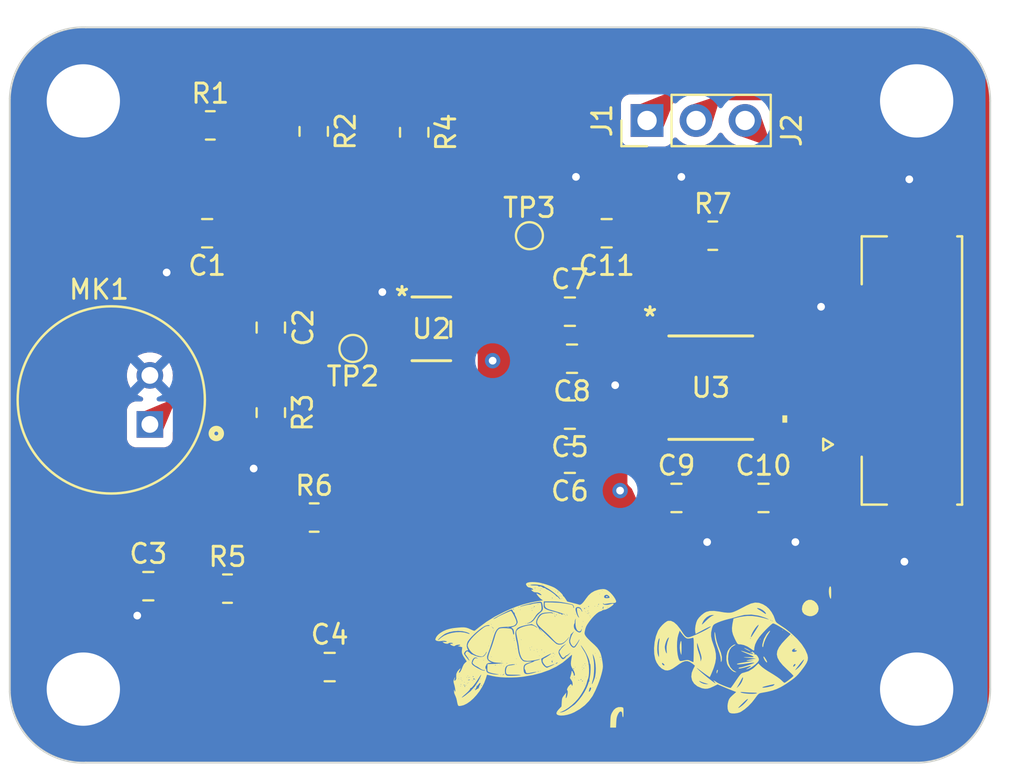
<source format=kicad_pcb>
(kicad_pcb (version 20221018) (generator pcbnew)
  (layers (0 "F.Cu" signal) (31 "B.Cu" signal) (34 "B.Paste" user) (35 "F.Paste" user) (36 "B.SilkS" user "B.Silkscreen") (37 "F.SilkS" user "F.Silkscreen") (38 "B.Mask" user) (39 "F.Mask" user) (44 "Edge.Cuts" user))
  (net 0 "")
  (net 1 "Net-(C1-Pad1)")
  (net 2 "GND")
  (net 3 "Net-(U2-+IN)")
  (net 4 "Net-(C3-Pad2)")
  (net 5 "Net-(U2--IN)")
  (net 6 "Net-(U2-OUT)")
  (net 7 "+3V3")
  (net 8 "Net-(U3-LIN)")
  (net 9 "Net-(U3-GSEL)")
  (net 10 "Net-(U3-REGO)")
  (net 11 "Net-(U3-VCOM)")
  (net 12 "Net-(U3-CKS)")
  (net 13 "Net-(J1-Pin_1)")
  (net 14 "Net-(J1-Pin_2)")
  (net 15 "Net-(J1-Pin_3)")
  (net 16 "Net-(C2-Pad1)")
  (net 17 "Net-(U3-BICK)")
  (net 18 "Net-(U3-MCLK)")
  (net 19 "Net-(U3-LRCK)")
  (net 20 "Net-(U3-SDTO)")
  (footprint "Resistor_SMD:R_0805_2012Metric" (layer "F.Cu") (at 87.2255 61.595)
    (fp_text reference "R7" (at 0 -1.65) (layer "F.SilkS"))
    (fp_text value "1k")
    (pad "1" smd roundrect (at -0.9125 0) (size 1.025 1.4) (layers "F.Cu" "F.Paste" "F.Mask") (roundrect_rratio 0.243902) (net 2 "GND"))
    (pad "2" smd roundrect (at 0.9125 0) (size 1.025 1.4) (layers "F.Cu" "F.Paste" "F.Mask") (roundrect_rratio 0.243902) (net 12 "Net-(U3-CKS)"))
  )
  (footprint "LOGO" (layer "F.Cu") (at 88.363339 83.495007)
    (fp_text reference "G***" hide)
    (fp_text value "LOGO" hide)
  )
  (footprint "Capacitor_SMD:C_0805_2012Metric" (layer "F.Cu") (at 89.855 75.184)
    (fp_text reference "C10" (at 0 -1.68) (layer "F.SilkS"))
    (fp_text value "1u")
    (pad "1" smd roundrect (at -0.95 0) (size 1 1.45) (layers "F.Cu" "F.Paste" "F.Mask") (net 10 "Net-(U3-REGO)"))
    (pad "2" smd roundrect (at 0.95 0) (size 1 1.45) (layers "F.Cu" "F.Paste" "F.Mask") (net 2 "GND"))
  )
  (footprint "Capacitor_SMD:C_0805_2012Metric" (layer "F.Cu") (at 67.376 83.947)
    (fp_text reference "C4" (at 0 -1.68) (layer "F.SilkS"))
    (fp_text value "80n")
    (pad "1" smd roundrect (at -0.95 0) (size 1 1.45) (layers "F.Cu" "F.Paste" "F.Mask") (net 5 "Net-(U2--IN)"))
    (pad "2" smd roundrect (at 0.95 0) (size 1 1.45) (layers "F.Cu" "F.Paste" "F.Mask") (net 6 "Net-(U2-OUT)"))
  )
  (footprint "Capacitor_SMD:C_0805_2012Metric" (layer "F.Cu") (at 61.025293 61.467293 180)
    (fp_text reference "C1" (at 0 -1.68) (layer "F.SilkS"))
    (fp_text value "10u")
    (pad "1" smd roundrect (at -0.95 0 180) (size 1 1.45) (layers "F.Cu" "F.Paste" "F.Mask") (net 1 "Net-(C1-Pad1)"))
    (pad "2" smd roundrect (at 0.95 0 180) (size 1 1.45) (layers "F.Cu" "F.Paste" "F.Mask") (net 2 "GND"))
  )
  (footprint "Capacitor_SMD:C_0805_2012Metric" (layer "F.Cu") (at 64.3255 66.355 -90)
    (fp_text reference "C2" (at 0 -1.68 90) (layer "F.SilkS"))
    (fp_text value "10u")
    (pad "1" smd roundrect (at -0.95 0 270) (size 1 1.45) (layers "F.Cu" "F.Paste" "F.Mask") (net 16 "Net-(C2-Pad1)"))
    (pad "2" smd roundrect (at 0.95 0 270) (size 1 1.45) (layers "F.Cu" "F.Paste" "F.Mask") (net 3 "Net-(U2-+IN)"))
  )
  (footprint "Resistor_SMD:R_0805_2012Metric" (layer "F.Cu") (at 61.189793 55.879293)
    (fp_text reference "R1" (at 0 -1.65) (layer "F.SilkS"))
    (fp_text value "1.58k")
    (pad "1" smd roundrect (at -0.9125 0) (size 1.025 1.4) (layers "F.Cu" "F.Paste" "F.Mask") (roundrect_rratio 0.243902) (net 1 "Net-(C1-Pad1)"))
    (pad "2" smd roundrect (at 0.9125 0) (size 1.025 1.4) (layers "F.Cu" "F.Paste" "F.Mask") (roundrect_rratio 0.243902) (net 7 "+3V3"))
  )
  (footprint "cstar_mic_footprints:MIC_CMA-4544PF-W" (layer "F.Cu") (at 56.0578 70.104)
    (fp_text reference "MK1" (at -0.635215 -5.717015) (layer "F.SilkS") (effects (font (size 1.000354 1.000354))))
    (fp_text value "CMA-4544PF-W")
    (pad "1" thru_hole rect (at 2 1.27) (size 1.378 1.378) (drill 0.87) (layers "*.Cu" "*.Mask") (net 16 "Net-(C2-Pad1)"))
    (pad "2" thru_hole circle (at 2 -1.27) (size 1.378 1.378) (drill 0.87) (layers "*.Cu" "*.Mask") (net 2 "GND"))
  )
  (footprint "Capacitor_SMD:C_0805_2012Metric" (layer "F.Cu") (at 79.822 70.866 180)
    (fp_text reference "C5" (at 0 -1.68) (layer "F.SilkS"))
    (fp_text value "10u")
    (pad "1" smd roundrect (at -0.95 0 180) (size 1 1.45) (layers "F.Cu" "F.Paste" "F.Mask") (net 2 "GND"))
    (pad "2" smd roundrect (at 0.95 0 180) (size 1 1.45) (layers "F.Cu" "F.Paste" "F.Mask") (net 7 "+3V3"))
  )
  (footprint "TestPoint:TestPoint_Pad_D1.0mm" (layer "F.Cu") (at 77.724 61.595)
    (fp_text reference "TP3" (at 0 -1.448) (layer "F.SilkS"))
    (fp_text value "TestPoint")
    (pad "1" smd circle (at 0 0) (size 1 1) (layers "F.Cu" "F.Mask") (net 6 "Net-(U2-OUT)"))
  )
  (footprint "Resistor_SMD:R_0805_2012Metric" (layer "F.Cu") (at 62.0795 79.883)
    (fp_text reference "R5" (at 0 -1.65) (layer "F.SilkS"))
    (fp_text value "1k")
    (pad "1" smd roundrect (at -0.9125 0) (size 1.025 1.4) (layers "F.Cu" "F.Paste" "F.Mask") (roundrect_rratio 0.243902) (net 5 "Net-(U2--IN)"))
    (pad "2" smd roundrect (at 0.9125 0) (size 1.025 1.4) (layers "F.Cu" "F.Paste" "F.Mask") (roundrect_rratio 0.243902) (net 4 "Net-(C3-Pad2)"))
  )
  (footprint "cstar_mic_footprints:SOIC_AK5720_AKM-L" (layer "F.Cu") (at 87.122 69.469)
    (fp_text reference "U3" (at 0 0 unlocked) (layer "F.SilkS"))
    (fp_text value "~")
    (fp_text user "*" (at -3.1496 -3.646601) (layer "F.SilkS"))
    (fp_text user "*" (at -3.1496 -3.646601 unlocked) (layer "F.SilkS"))
    (pad "1" smd rect (at -2.8956 -2.274999) (size 1.1176 0.2286) (layers "F.Cu" "F.Paste" "F.Mask") (net 11 "Net-(U3-VCOM)"))
    (pad "2" smd rect (at -2.8956 -1.625001) (size 1.1176 0.2286) (layers "F.Cu" "F.Paste" "F.Mask") (net 8 "Net-(U3-LIN)"))
    (pad "3" smd rect (at -2.8956 -0.974999) (size 1.1176 0.2286) (layers "F.Cu" "F.Paste" "F.Mask") (net 8 "Net-(U3-LIN)"))
    (pad "4" smd rect (at -2.8956 -0.325001) (size 1.1176 0.2286) (layers "F.Cu" "F.Paste" "F.Mask") (net 2 "GND"))
    (pad "5" smd rect (at -2.8956 0.324998) (size 1.1176 0.2286) (layers "F.Cu" "F.Paste" "F.Mask") (net 7 "+3V3"))
    (pad "6" smd rect (at -2.8956 0.974999) (size 1.1176 0.2286) (layers "F.Cu" "F.Paste" "F.Mask") (net 7 "+3V3"))
    (pad "7" smd rect (at -2.8956 1.624998) (size 1.1176 0.2286) (layers "F.Cu" "F.Paste" "F.Mask") (net 9 "Net-(U3-GSEL)"))
    (pad "8" smd rect (at -2.8956 2.274999) (size 1.1176 0.2286) (layers "F.Cu" "F.Paste" "F.Mask") (net 10 "Net-(U3-REGO)"))
    (pad "9" smd rect (at 2.8956 2.274999) (size 1.1176 0.2286) (layers "F.Cu" "F.Paste" "F.Mask") (net 20 "Net-(U3-SDTO)"))
    (pad "10" smd rect (at 2.8956 1.625001) (size 1.1176 0.2286) (layers "F.Cu" "F.Paste" "F.Mask") (net 19 "Net-(U3-LRCK)"))
    (pad "11" smd rect (at 2.8956 0.974999) (size 1.1176 0.2286) (layers "F.Cu" "F.Paste" "F.Mask") (net 18 "Net-(U3-MCLK)"))
    (pad "12" smd rect (at 2.8956 0.325001) (size 1.1176 0.2286) (layers "F.Cu" "F.Paste" "F.Mask") (net 17 "Net-(U3-BICK)"))
    (pad "13" smd rect (at 2.8956 -0.324998) (size 1.1176 0.2286) (layers "F.Cu" "F.Paste" "F.Mask") (net 13 "Net-(J1-Pin_1)"))
    (pad "14" smd rect (at 2.8956 -0.974999) (size 1.1176 0.2286) (layers "F.Cu" "F.Paste" "F.Mask") (net 14 "Net-(J1-Pin_2)"))
    (pad "15" smd rect (at 2.8956 -1.624998) (size 1.1176 0.2286) (layers "F.Cu" "F.Paste" "F.Mask") (net 15 "Net-(J1-Pin_3)"))
    (pad "16" smd rect (at 2.8956 -2.274999) (size 1.1176 0.2286) (layers "F.Cu" "F.Paste" "F.Mask") (net 12 "Net-(U3-CKS)"))
  )
  (footprint "Capacitor_SMD:C_0805_2012Metric" (layer "F.Cu") (at 79.822 73.152 180)
    (fp_text reference "C6" (at 0 -1.68) (layer "F.SilkS"))
    (fp_text value "10u" hide)
    (pad "1" smd roundrect (at -0.95 0 180) (size 1 1.45) (layers "F.Cu" "F.Paste" "F.Mask") (net 7 "+3V3"))
    (pad "2" smd roundrect (at 0.95 0 180) (size 1 1.45) (layers "F.Cu" "F.Paste" "F.Mask") (net 2 "GND"))
  )
  (footprint "cstar_mic_footprints:SOT23-DBV5_TEX-L" (layer "F.Cu") (at 72.644 66.421)
    (fp_text reference "U2" (at 0 0 unlocked) (layer "F.SilkS"))
    (fp_text value "OPA1671IDBVR")
    (fp_text user "*" (at -1.524 -1.651) (layer "F.SilkS"))
    (fp_text user "*" (at -1.524 -1.651 unlocked) (layer "F.SilkS"))
    (pad "1" smd rect (at -1.26365 -0.950001) (size 0.7747 0.4572) (layers "F.Cu" "F.Paste" "F.Mask") (net 6 "Net-(U2-OUT)"))
    (pad "2" smd rect (at -1.26365 0) (size 0.7747 0.4572) (layers "F.Cu" "F.Paste" "F.Mask") (net 2 "GND"))
    (pad "3" smd rect (at -1.26365 0.950001) (size 0.7747 0.4572) (layers "F.Cu" "F.Paste" "F.Mask") (net 3 "Net-(U2-+IN)"))
    (pad "4" smd rect (at 1.26365 0.950001) (size 0.7747 0.4572) (layers "F.Cu" "F.Paste" "F.Mask") (net 5 "Net-(U2--IN)"))
    (pad "5" smd rect (at 1.26365 -0.950001) (size 0.7747 0.4572) (layers "F.Cu" "F.Paste" "F.Mask") (net 7 "+3V3"))
  )
  (footprint "Capacitor_SMD:C_0805_2012Metric" (layer "F.Cu") (at 81.727 61.468 180)
    (fp_text reference "C11" (at 0 -1.68) (layer "F.SilkS"))
    (fp_text value "0.47u")
    (pad "1" smd roundrect (at -0.95 0 180) (size 1 1.45) (layers "F.Cu" "F.Paste" "F.Mask") (net 11 "Net-(U3-VCOM)"))
    (pad "2" smd roundrect (at 0.95 0 180) (size 1 1.45) (layers "F.Cu" "F.Paste" "F.Mask") (net 2 "GND"))
  )
  (footprint "Resistor_SMD:R_0805_2012Metric" (layer "F.Cu") (at 64.3255 70.7625 -90)
    (fp_text reference "R3" (at 0 -1.65 90) (layer "F.SilkS"))
    (fp_text value "100k")
    (pad "1" smd roundrect (at -0.9125 0 270) (size 1.025 1.4) (layers "F.Cu" "F.Paste" "F.Mask") (roundrect_rratio 0.243902) (net 3 "Net-(U2-+IN)"))
    (pad "2" smd roundrect (at 0.9125 0 270) (size 1.025 1.4) (layers "F.Cu" "F.Paste" "F.Mask") (roundrect_rratio 0.243902) (net 2 "GND"))
  )
  (footprint "Resistor_SMD:R_0805_2012Metric" (layer "F.Cu") (at 66.548 56.1905 -90)
    (fp_text reference "R2" (at 0 -1.65 90) (layer "F.SilkS"))
    (fp_text value "10k")
    (pad "1" smd roundrect (at -0.9125 0 270) (size 1.025 1.4) (layers "F.Cu" "F.Paste" "F.Mask") (roundrect_rratio 0.243902) (net 1 "Net-(C1-Pad1)"))
    (pad "2" smd roundrect (at 0.9125 0 270) (size 1.025 1.4) (layers "F.Cu" "F.Paste" "F.Mask") (roundrect_rratio 0.243902) (net 16 "Net-(C2-Pad1)"))
  )
  (footprint "TestPoint:TestPoint_Pad_D1.0mm" (layer "F.Cu") (at 68.58 67.437 180)
    (fp_text reference "TP2" (at 0 -1.448) (layer "F.SilkS"))
    (fp_text value "TestPoint")
    (pad "1" smd circle (at 0 0 180) (size 1 1) (layers "F.Cu" "F.Mask") (net 3 "Net-(U2-+IN)"))
  )
  (footprint "Capacitor_SMD:C_0805_2012Metric" (layer "F.Cu") (at 79.933 67.968999 180)
    (fp_text reference "C8" (at 0 -1.68) (layer "F.SilkS"))
    (fp_text value "1u")
    (pad "1" smd roundrect (at -0.95 0 180) (size 1 1.45) (layers "F.Cu" "F.Paste" "F.Mask") (net 2 "GND"))
    (pad "2" smd roundrect (at 0.95 0 180) (size 1 1.45) (layers "F.Cu" "F.Paste" "F.Mask") (net 7 "+3V3"))
  )
  (footprint "LOGO" (layer "F.Cu") (at 77.597 82.892873)
    (fp_text reference "G***" hide)
    (fp_text value "LOGO" hide)
  )
  (footprint "Resistor_SMD:R_0805_2012Metric" (layer "F.Cu") (at 66.5715 76.2)
    (fp_text reference "R6" (at 0 -1.65) (layer "F.SilkS"))
    (fp_text value "9k")
    (pad "1" smd roundrect (at -0.9125 0) (size 1.025 1.4) (layers "F.Cu" "F.Paste" "F.Mask") (roundrect_rratio 0.243902) (net 6 "Net-(U2-OUT)"))
    (pad "2" smd roundrect (at 0.9125 0) (size 1.025 1.4) (layers "F.Cu" "F.Paste" "F.Mask") (roundrect_rratio 0.243902) (net 5 "Net-(U2--IN)"))
  )
  (footprint "cstar_mic_footprints:MOLEX_532610771" (layer "F.Cu") (at 97.544 68.58 90)
    (fp_text reference "J2" (at 12.446 -6.231 90) (layer "F.SilkS"))
    (fp_text value "532610771")
    (pad "1" smd rect (at -3.75 -2.4 90) (size 0.8 1.6) (layers "F.Cu" "F.Paste") (net 20 "Net-(U3-SDTO)"))
    (pad "2" smd rect (at -2.5 -2.4 90) (size 0.8 1.6) (layers "F.Cu" "F.Paste") (net 19 "Net-(U3-LRCK)"))
    (pad "3" smd rect (at -1.25 -2.4 90) (size 0.8 1.6) (layers "F.Cu" "F.Paste") (net 18 "Net-(U3-MCLK)"))
    (pad "4" smd rect (at 0 -2.4 90) (size 0.8 1.6) (layers "F.Cu" "F.Paste") (net 17 "Net-(U3-BICK)"))
    (pad "5" smd rect (at 1.25 -2.4 90) (size 0.8 1.6) (layers "F.Cu" "F.Paste") (net 7 "+3V3"))
    (pad "6" smd rect (at 2.5 -2.4 90) (size 0.8 1.6) (layers "F.Cu" "F.Paste") (net 2 "GND"))
    (pad "7" smd rect (at 3.75 -2.4 90) (size 0.8 1.6) (layers "F.Cu" "F.Paste"))
    (pad "S1" smd rect (at -6.3 0.5 90) (size 2.1 3) (layers "F.Cu" "F.Paste") (net 2 "GND"))
    (pad "S2" smd rect (at 6.3 0.5 90) (size 2.1 3) (layers "F.Cu" "F.Paste") (net 2 "GND"))
  )
  (footprint "Capacitor_SMD:C_0805_2012Metric" (layer "F.Cu") (at 57.978 79.756)
    (fp_text reference "C3" (at 0 -1.68) (layer "F.SilkS"))
    (fp_text value "500n")
    (pad "1" smd roundrect (at -0.95 0) (size 1 1.45) (layers "F.Cu" "F.Paste" "F.Mask") (net 2 "GND"))
    (pad "2" smd roundrect (at 0.95 0) (size 1 1.45) (layers "F.Cu" "F.Paste" "F.Mask") (net 4 "Net-(C3-Pad2)"))
  )
  (footprint "Capacitor_SMD:C_0805_2012Metric" (layer "F.Cu") (at 79.822 65.532)
    (fp_text reference "C7" (at 0 -1.68) (layer "F.SilkS"))
    (fp_text value "10u")
    (pad "1" smd roundrect (at -0.95 0) (size 1 1.45) (layers "F.Cu" "F.Paste" "F.Mask") (net 6 "Net-(U2-OUT)"))
    (pad "2" smd roundrect (at 0.95 0) (size 1 1.45) (layers "F.Cu" "F.Paste" "F.Mask") (net 8 "Net-(U3-LIN)"))
  )
  (footprint "Connector_PinHeader_2.54mm:PinHeader_1x03_P2.54mm_Vertical" (layer "F.Cu") (at 83.82 55.626 90)
    (fp_text reference "J1" (at 0 -2.33 90) (layer "F.SilkS"))
    (fp_text value "Conn_01x03_Pin")
    (pad "1" thru_hole rect (at 0 0 90) (size 1.7 1.7) (drill 1) (layers "*.Cu" "*.Mask") (net 13 "Net-(J1-Pin_1)"))
    (pad "2" thru_hole oval (at 0 2.54 90) (size 1.7 1.7) (drill 1) (layers "*.Cu" "*.Mask") (net 14 "Net-(J1-Pin_2)"))
    (pad "3" thru_hole oval (at 0 5.08 90) (size 1.7 1.7) (drill 1) (layers "*.Cu" "*.Mask") (net 15 "Net-(J1-Pin_3)"))
  )
  (footprint "Resistor_SMD:R_0805_2012Metric" (layer "F.Cu") (at 71.755 56.2375 -90)
    (fp_text reference "R4" (at 0 -1.65 90) (layer "F.SilkS"))
    (fp_text value "100k")
    (pad "1" smd roundrect (at -0.9125 0 270) (size 1.025 1.4) (layers "F.Cu" "F.Paste" "F.Mask") (roundrect_rratio 0.243902) (net 1 "Net-(C1-Pad1)"))
    (pad "2" smd roundrect (at 0.9125 0 270) (size 1.025 1.4) (layers "F.Cu" "F.Paste" "F.Mask") (roundrect_rratio 0.243902) (net 3 "Net-(U2-+IN)"))
  )
  (footprint "Capacitor_SMD:C_0805_2012Metric" (layer "F.Cu") (at 85.344 75.184)
    (fp_text reference "C9" (at 0 -1.68) (layer "F.SilkS"))
    (fp_text value "1u")
    (pad "1" smd roundrect (at -0.95 0) (size 1 1.45) (layers "F.Cu" "F.Paste" "F.Mask") (net 9 "Net-(U3-GSEL)"))
    (pad "2" smd roundrect (at 0.95 0) (size 1 1.45) (layers "F.Cu" "F.Paste" "F.Mask") (net 2 "GND"))
  )
  (gr_arc (start 54.737 88.9) (mid 52.005726 87.873879) (end 50.8 85.217) (stroke (width 0.1)) (layer "Edge.Cuts"))
  (gr_arc (start 50.8 54.483) (mid 52.005726 51.826121) (end 54.737 50.8) (stroke (width 0.1)) (layer "Edge.Cuts"))
  (gr_line (start 101.6 85.09) (end 101.6 54.61) (stroke (width 0.1)) (layer "Edge.Cuts"))
  (gr_arc (start 97.79 50.8) (mid 100.484076 51.915923) (end 101.6 54.61) (stroke (width 0.1)) (layer "Edge.Cuts"))
  (gr_line (start 97.79 50.8) (end 54.737 50.8) (stroke (width 0.1)) (layer "Edge.Cuts"))
  (gr_line (start 54.737 88.9) (end 97.79 88.9) (stroke (width 0.1)) (layer "Edge.Cuts"))
  (gr_line (start 50.8 54.483) (end 50.8 85.217) (stroke (width 0.1)) (layer "Edge.Cuts"))
  (gr_arc (start 101.6 85.09) (mid 100.484077 87.784077) (end 97.79 88.9) (stroke (width 0.1)) (layer "Edge.Cuts"))
  (segment (start 61.975293 61.467293) (end 61.975293 59.850707) (width 0.25) (layer "F.Cu") (net 1))
  (segment (start 71.708 55.278) (end 71.755 55.325) (width 0.25) (layer "F.Cu") (net 1))
  (segment (start 60.277293 59.769293) (end 60.277293 55.879293) (width 0.25) (layer "F.Cu") (net 1))
  (segment (start 61.975293 59.850707) (end 66.548 55.278) (width 0.25) (layer "F.Cu") (net 1))
  (segment (start 66.548 55.278) (end 71.708 55.278) (width 0.25) (layer "F.Cu") (net 1))
  (segment (start 61.975293 61.467293) (end 60.277293 59.769293) (width 0.25) (layer "F.Cu") (net 1))
  (segment (start 61.975293 61.467293) (end 62.262293 61.467293) (width 0.25) (layer "F.Cu") (net 1))
  (segment (start 80.772 70.866) (end 80.772 70.739) (width 0.25) (layer "F.Cu") (net 2))
  (segment (start 86.313 61.595) (end 86.313 59.262) (width 0.25) (layer "F.Cu") (net 2))
  (segment (start 70.104 65.3034) (end 70.104 64.516) (width 0.25) (layer "F.Cu") (net 2))
  (segment (start 90.805 75.184) (end 90.805 76.769) (width 0.25) (layer "F.Cu") (net 2))
  (segment (start 80.777 61.468) (end 80.777 59.187) (width 0.25) (layer "F.Cu") (net 2))
  (segment (start 63.4365 73.66) (end 63.4365 72.564) (width 0.25) (layer "F.Cu") (net 2))
  (segment (start 82.367001 69.143999) (end 82.169 69.342) (width 0.25) (layer "F.Cu") (net 2))
  (segment (start 98.044 77.597) (end 98.044 74.88) (width 0.25) (layer "F.Cu") (net 2))
  (segment (start 57.028 79.756) (end 57.028 80.904) (width 0.25) (layer "F.Cu") (net 2))
  (segment (start 90.805 76.769) (end 91.506 77.47) (width 0.25) (layer "F.Cu") (net 2))
  (segment (start 71.2216 66.421) (end 70.104 65.3034) (width 0.25) (layer "F.Cu") (net 2))
  (segment (start 60.075293 61.467293) (end 60.075293 62.352707) (width 0.25) (layer "F.Cu") (net 2))
  (segment (start 95.144 66.08) (end 93.639 66.08) (width 0.25) (layer "F.Cu") (net 2))
  (segment (start 86.313 59.262) (end 85.598 58.547) (width 0.25) (layer "F.Cu") (net 2))
  (segment (start 80.883 68.056) (end 82.169 69.342) (width 0.25) (layer "F.Cu") (net 2))
  (segment (start 93.639 66.08) (end 92.837 65.278) (width 0.25) (layer "F.Cu") (net 2))
  (segment (start 80.772 70.739) (end 82.169 69.342) (width 0.25) (layer "F.Cu") (net 2))
  (segment (start 78.872 73.152) (end 82.169 69.855) (width 0.25) (layer "F.Cu") (net 2))
  (segment (start 98.044 62.28) (end 98.044 59.309) (width 0.25) (layer "F.Cu") (net 2))
  (segment (start 98.044 59.309) (end 97.409 58.674) (width 0.25) (layer "F.Cu") (net 2))
  (segment (start 60.075293 62.352707) (end 58.928 63.5) (width 0.25) (layer "F.Cu") (net 2))
  (segment (start 84.2264 69.143999) (end 82.367001 69.143999) (width 0.25) (layer "F.Cu") (net 2))
  (segment (start 57.028 80.904) (end 57.404 81.28) (width 0.25) (layer "F.Cu") (net 2))
  (segment (start 82.169 69.855) (end 82.169 69.342) (width 0.25) (layer "F.Cu") (net 2))
  (segment (start 63.4365 72.564) (end 64.3255 71.675) (width 0.25) (layer "F.Cu") (net 2))
  (segment (start 97.155 78.486) (end 98.044 77.597) (width 0.25) (layer "F.Cu") (net 2))
  (segment (start 86.934 77.47) (end 86.294 76.83) (width 0.25) (layer "F.Cu") (net 2))
  (segment (start 71.38035 66.421) (end 71.2216 66.421) (width 0.25) (layer "F.Cu") (net 2))
  (segment (start 80.883 67.968999) (end 80.883 68.056) (width 0.25) (layer "F.Cu") (net 2))
  (segment (start 71.38035 66.421) (end 71.247 66.421) (width 0.25) (layer "F.Cu") (net 2))
  (segment (start 80.777 59.187) (end 80.137 58.547) (width 0.25) (layer "F.Cu") (net 2))
  (segment (start 86.294 76.83) (end 86.294 75.184) (width 0.25) (layer "F.Cu") (net 2))
  (via (at 54.61 54.61) (size 4.318) (drill 3.7973) (layers "F.Cu" "B.Cu") (net 2))
  (via (at 97.79 54.61) (size 4.318) (drill 3.7973) (layers "F.Cu" "B.Cu") (net 2))
  (via (at 92.837 65.278) (size 0.8) (drill 0.4) (layers "F.Cu" "B.Cu") (net 2))
  (via (at 70.104 64.516) (size 0.8) (drill 0.4) (layers "F.Cu" "B.Cu") (net 2))
  (via (at 54.61 85.09) (size 4.318) (drill 3.7973) (layers "F.Cu" "B.Cu") (net 2))
  (via (at 97.155 78.486) (size 0.8) (drill 0.4) (layers "F.Cu" "B.Cu") (net 2))
  (via (at 86.934 77.47) (size 0.8) (drill 0.4) (layers "F.Cu" "B.Cu") (net 2))
  (via (at 82.169 69.342) (size 0.8) (drill 0.4) (layers "F.Cu" "B.Cu") (net 2))
  (via (at 85.598 58.547) (size 0.8) (drill 0.4) (layers "F.Cu" "B.Cu") (net 2))
  (via (at 58.928 63.5) (size 0.8) (drill 0.4) (layers "F.Cu" "B.Cu") (net 2))
  (via (at 80.137 58.547) (size 0.8) (drill 0.4) (layers "F.Cu" "B.Cu") (net 2))
  (via (at 97.79 85.09) (size 4.318) (drill 3.7973) (layers "F.Cu" "B.Cu") (net 2))
  (via (at 97.409 58.674) (size 0.8) (drill 0.4) (layers "F.Cu" "B.Cu") (net 2))
  (via (at 91.506 77.47) (size 0.8) (drill 0.4) (layers "F.Cu" "B.Cu") (net 2))
  (via (at 63.4365 73.66) (size 0.8) (drill 0.4) (layers "F.Cu" "B.Cu") (net 2))
  (via (at 57.404 81.28) (size 0.8) (drill 0.4) (layers "F.Cu" "B.Cu") (net 2))
  (segment (start 64.4575 67.437) (end 64.3255 67.305) (width 0.25) (layer "F.Cu") (net 3))
  (segment (start 64.3255 67.305) (end 64.3255 69.85) (width 0.25) (layer "F.Cu") (net 3))
  (segment (start 72.136 57.531) (end 71.755 57.15) (width 0.25) (layer "F.Cu") (net 3))
  (segment (start 71.314351 67.437) (end 71.38035 67.371001) (width 0.25) (layer "F.Cu") (net 3))
  (segment (start 69.342 67.437) (end 71.314351 67.437) (width 0.25) (layer "F.Cu") (net 3))
  (segment (start 71.755 57.15) (end 71.755 59.8755) (width 0.25) (layer "F.Cu") (net 3))
  (segment (start 69.342 67.437) (end 64.4575 67.437) (width 0.25) (layer "F.Cu") (net 3))
  (segment (start 71.755 59.8755) (end 64.3255 67.305) (width 0.25) (layer "F.Cu") (net 3))
  (segment (start 61.967 80.908) (end 62.992 79.883) (width 0.25) (layer "F.Cu") (net 4))
  (segment (start 58.928 79.756) (end 60.08 80.908) (width 0.25) (layer "F.Cu") (net 4))
  (segment (start 60.08 80.908) (end 61.967 80.908) (width 0.25) (layer "F.Cu") (net 4))
  (segment (start 73.90765 67.371001) (end 74.422 67.885351) (width 0.25) (layer "F.Cu") (net 5))
  (segment (start 74.422 67.885351) (end 74.422 71.780173) (width 0.25) (layer "F.Cu") (net 5))
  (segment (start 64.826 78.858) (end 62.192 78.858) (width 0.25) (layer "F.Cu") (net 5))
  (segment (start 69.151 84.660173) (end 68.814173 84.997) (width 0.25) (layer "F.Cu") (net 5))
  (segment (start 61.167 79.803) (end 61.167 79.883) (width 0.25) (layer "F.Cu") (net 5))
  (segment (start 74.422 71.780173) (end 69.151 77.051173) (width 0.25) (layer "F.Cu") (net 5))
  (segment (start 68.814173 84.997) (end 67.476 84.997) (width 0.25) (layer "F.Cu") (net 5))
  (segment (start 67.476 84.997) (end 66.426 83.947) (width 0.25) (layer "F.Cu") (net 5))
  (segment (start 66.426 81.791327) (end 63.492673 78.858) (width 0.25) (layer "F.Cu") (net 5))
  (segment (start 62.192 78.858) (end 61.167 79.883) (width 0.25) (layer "F.Cu") (net 5))
  (segment (start 63.492673 78.858) (end 62.192 78.858) (width 0.25) (layer "F.Cu") (net 5))
  (segment (start 69.151 77.051173) (end 69.151 84.660173) (width 0.25) (layer "F.Cu") (net 5))
  (segment (start 67.484 76.2) (end 64.826 78.858) (width 0.25) (layer "F.Cu") (net 5))
  (segment (start 66.426 83.947) (end 66.426 81.791327) (width 0.25) (layer "F.Cu") (net 5))
  (segment (start 71.38035 65.470999) (end 71.5391 65.470999) (width 0.25) (layer "F.Cu") (net 6))
  (segment (start 74.10435 62.747) (end 71.38035 65.470999) (width 0.25) (layer "F.Cu") (net 6))
  (segment (start 71.38035 65.470999) (end 71.696299 65.470999) (width 0.25) (layer "F.Cu") (net 6))
  (segment (start 67.984673 75.175) (end 66.684 75.175) (width 0.25) (layer "F.Cu") (net 6))
  (segment (start 71.38035 65.470999) (end 71.93395 64.917399) (width 0.25) (layer "F.Cu") (net 6))
  (segment (start 68.326 83.947) (end 68.326 75.516327) (width 0.25) (layer "F.Cu") (net 6))
  (segment (start 71.38035 65.470999) (end 71.2216 65.470999) (width 0.25) (layer "F.Cu") (net 6))
  (segment (start 76.572 62.747) (end 74.10435 62.747) (width 0.25) (layer "F.Cu") (net 6))
  (segment (start 72.0927 66.024599) (end 72.0927 69.7663) (width 0.25) (layer "F.Cu") (net 6))
  (segment (start 68.326 75.516327) (end 67.984673 75.175) (width 0.25) (layer "F.Cu") (net 6))
  (segment (start 77.724 61.595) (end 76.572 62.747) (width 0.25) (layer "F.Cu") (net 6))
  (segment (start 72.0927 69.7663) (end 65.659 76.2) (width 0.25) (layer "F.Cu") (net 6))
  (segment (start 66.684 75.175) (end 65.659 76.2) (width 0.25) (layer "F.Cu") (net 6))
  (segment (start 78.872 65.532) (end 77.724 64.384) (width 0.25) (layer "F.Cu") (net 6))
  (segment (start 71.5391 65.470999) (end 72.0927 66.024599) (width 0.25) (layer "F.Cu") (net 6))
  (segment (start 71.38035 65.470999) (end 71.155828 65.470999) (width 0.25) (layer "F.Cu") (net 6))
  (segment (start 77.724 64.384) (end 77.724 61.595) (width 0.25) (layer "F.Cu") (net 6))
  (segment (start 82.677 74.549) (end 82.423 74.803) (width 0.25) (layer "F.Cu") (net 7))
  (segment (start 84.2264 69.793998) (end 83.7819 69.793998) (width 0.25) (layer "F.Cu") (net 7))
  (segment (start 83.7819 69.793998) (end 82.677 70.898898) (width 0.25) (layer "F.Cu") (net 7))
  (segment (start 75.819 68.072) (end 75.819 67.382349) (width 0.25) (layer "F.Cu") (net 7))
  (segment (start 75.819 67.382349) (end 73.90765 65.470999) (width 0.25) (layer "F.Cu") (net 7))
  (segment (start 82.677 70.898898) (end 82.677 74.549) (width 0.25) (layer "F.Cu") (net 7))
  (segment (start 84.2264 70.443999) (end 84.2264 69.793998) (width 0.25) (layer "F.Cu") (net 7))
  (segment (start 84.899501 70.443999) (end 84.2264 70.443999) (width 0.25) (layer "F.Cu") (net 7))
  (via (at 82.423 74.803) (size 0.8) (drill 0.4) (layers "F.Cu" "B.Cu") (net 7))
  (via (at 75.819 68.072) (size 0.8) (drill 0.4) (layers "F.Cu" "B.Cu") (net 7))
  (segment (start 84.2264 67.843999) (end 84.2264 68.494001) (width 0.25) (layer "F.Cu") (net 8))
  (segment (start 81.105601 65.532) (end 83.4176 67.843999) (width 0.25) (layer "F.Cu") (net 8))
  (segment (start 83.4176 67.843999) (end 84.2264 67.843999) (width 0.25) (layer "F.Cu") (net 8))
  (segment (start 80.772 65.532) (end 81.105601 65.532) (width 0.25) (layer "F.Cu") (net 8))
  (segment (start 84.394 75.184) (end 83.3426 74.1326) (width 0.25) (layer "F.Cu") (net 9))
  (segment (start 83.3426 74.1326) (end 83.3426 71.168998) (width 0.25) (layer "F.Cu") (net 9))
  (segment (start 83.3426 71.168998) (end 83.4176 71.093998) (width 0.25) (layer "F.Cu") (net 9))
  (segment (start 83.4176 71.093998) (end 84.2264 71.093998) (width 0.25) (layer "F.Cu") (net 9))
  (segment (start 85.464999 71.743999) (end 88.905 75.184) (width 0.25) (layer "F.Cu") (net 10))
  (segment (start 88.905 75.184) (end 88.905 74.964599) (width 0.25) (layer "F.Cu") (net 10))
  (segment (start 84.2264 71.743999) (end 85.464999 71.743999) (width 0.25) (layer "F.Cu") (net 10))
  (segment (start 84.2264 63.0174) (end 84.2264 67.194001) (width 0.25) (layer "F.Cu") (net 11))
  (segment (start 82.677 61.468) (end 84.2264 63.0174) (width 0.25) (layer "F.Cu") (net 11))
  (segment (start 88.138 61.595) (end 90.0176 63.4746) (width 0.25) (layer "F.Cu") (net 12))
  (segment (start 90.0176 63.4746) (end 90.0176 67.194001) (width 0.25) (layer "F.Cu") (net 12))
  (segment (start 91.226398 69.144002) (end 90.0176 69.144002) (width 0.25) (layer "F.Cu") (net 13))
  (segment (start 85.445 54.001) (end 90.959396 54.001) (width 0.25) (layer "F.Cu") (net 13))
  (segment (start 91.8014 68.569) (end 91.226398 69.144002) (width 0.25) (layer "F.Cu") (net 13))
  (segment (start 90.959396 54.001) (end 91.8014 54.843004) (width 0.25) (layer "F.Cu") (net 13))
  (segment (start 83.82 55.626) (end 85.445 54.001) (width 0.25) (layer "F.Cu") (net 13))
  (segment (start 91.8014 54.843004) (end 91.8014 68.569) (width 0.25) (layer "F.Cu") (net 13))
  (segment (start 91.3514 67.969001) (end 90.8264 68.494001) (width 0.25) (layer "F.Cu") (net 14))
  (segment (start 90.8264 68.494001) (end 90.0176 68.494001) (width 0.25) (layer "F.Cu") (net 14))
  (segment (start 87.535 54.451) (end 90.773 54.451) (width 0.25) (layer "F.Cu") (net 14))
  (segment (start 86.36 55.626) (end 87.535 54.451) (width 0.25) (layer "F.Cu") (net 14))
  (segment (start 91.3514 55.0294) (end 91.3514 67.969001) (width 0.25) (layer "F.Cu") (net 14))
  (segment (start 90.773 54.451) (end 91.3514 55.0294) (width 0.25) (layer "F.Cu") (net 14))
  (segment (start 90.9014 57.6274) (end 90.9014 67.769002) (width 0.25) (layer "F.Cu") (net 15))
  (segment (start 90.8264 67.844002) (end 90.0176 67.844002) (width 0.25) (layer "F.Cu") (net 15))
  (segment (start 88.9 55.626) (end 90.9014 57.6274) (width 0.25) (layer "F.Cu") (net 15))
  (segment (start 90.9014 67.769002) (end 90.8264 67.844002) (width 0.25) (layer "F.Cu") (net 15))
  (segment (start 64.3255 65.405) (end 64.0268 65.405) (width 0.25) (layer "F.Cu") (net 16))
  (segment (start 64.3255 59.3255) (end 66.548 57.103) (width 0.25) (layer "F.Cu") (net 16))
  (segment (start 64.0268 65.405) (end 58.0578 71.374) (width 0.25) (layer "F.Cu") (net 16))
  (segment (start 64.3255 65.405) (end 64.3255 59.3255) (width 0.25) (layer "F.Cu") (net 16))
  (segment (start 94.544 68.58) (end 95.144 68.58) (width 0.25) (layer "F.Cu") (net 17))
  (segment (start 93.329999 69.794001) (end 94.544 68.58) (width 0.25) (layer "F.Cu") (net 17))
  (segment (start 90.0176 69.794001) (end 93.329999 69.794001) (width 0.25) (layer "F.Cu") (net 17))
  (segment (start 94.094 69.83) (end 95.144 69.83) (width 0.25) (layer "F.Cu") (net 18))
  (segment (start 93.480001 70.443999) (end 94.094 69.83) (width 0.25) (layer "F.Cu") (net 18))
  (segment (start 90.0176 70.443999) (end 93.480001 70.443999) (width 0.25) (layer "F.Cu") (net 18))
  (segment (start 95.144 69.83) (end 94.784001 70.189999) (width 0.25) (layer "F.Cu") (net 18))
  (segment (start 95.129999 71.094001) (end 95.144 71.08) (width 0.25) (layer "F.Cu") (net 19))
  (segment (start 90.0176 71.094001) (end 95.129999 71.094001) (width 0.25) (layer "F.Cu") (net 19))
  (segment (start 95.144 71.08) (end 94.904001 70.840001) (width 0.25) (layer "F.Cu") (net 19))
  (segment (start 90.603601 72.33) (end 95.144 72.33) (width 0.25) (layer "F.Cu") (net 20))
  (segment (start 90.0176 71.743999) (end 90.603601 72.33) (width 0.25) (layer "F.Cu") (net 20))
  (zone (net 7) (net_name "+3V3") (layer "F.Cu") (connect_pads (clearance 0.5)) (min_thickness 0.25) (fill yes (thermal_gap 0.5) (thermal_bridge_width 0.5))
    (polygon (pts (xy 50.546 50.673) (xy 50.546 88.773) (xy 101.854 88.9) (xy 101.6 50.292) (xy 50.546 50.673) (xy 50.673 50.673)))
  )
  (zone (net 2) (net_name "GND") (layer "B.Cu") (priority 1) (connect_pads (clearance 0.5)) (min_thickness 0.25) (fill yes (thermal_gap 0.5) (thermal_bridge_width 0.5))
    (polygon (pts (xy 50.292 50.673) (xy 50.546 89.154) (xy 101.473 89.154) (xy 101.346 50.419)))
  )
)
</source>
